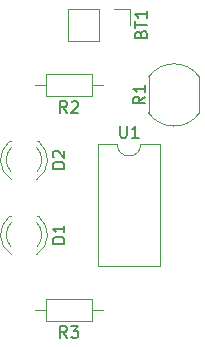
<source format=gbr>
%TF.GenerationSoftware,KiCad,Pcbnew,(5.1.9)-1*%
%TF.CreationDate,2021-03-23T22:36:06-04:00*%
%TF.ProjectId,Automated lighting,4175746f-6d61-4746-9564-206c69676874,rev?*%
%TF.SameCoordinates,Original*%
%TF.FileFunction,Legend,Top*%
%TF.FilePolarity,Positive*%
%FSLAX46Y46*%
G04 Gerber Fmt 4.6, Leading zero omitted, Abs format (unit mm)*
G04 Created by KiCad (PCBNEW (5.1.9)-1) date 2021-03-23 22:36:06*
%MOMM*%
%LPD*%
G01*
G04 APERTURE LIST*
%ADD10C,0.120000*%
%ADD11C,0.150000*%
G04 APERTURE END LIST*
D10*
%TO.C,U1*%
X127110000Y-68520000D02*
X125460000Y-68520000D01*
X127110000Y-78800000D02*
X127110000Y-68520000D01*
X121810000Y-78800000D02*
X127110000Y-78800000D01*
X121810000Y-68520000D02*
X121810000Y-78800000D01*
X123460000Y-68520000D02*
X121810000Y-68520000D01*
X125460000Y-68520000D02*
G75*
G02*
X123460000Y-68520000I-1000000J0D01*
G01*
%TO.C,R3*%
X116510000Y-82550000D02*
X117460000Y-82550000D01*
X122250000Y-82550000D02*
X121300000Y-82550000D01*
X117460000Y-83470000D02*
X121300000Y-83470000D01*
X117460000Y-81630000D02*
X117460000Y-83470000D01*
X121300000Y-81630000D02*
X117460000Y-81630000D01*
X121300000Y-83470000D02*
X121300000Y-81630000D01*
%TO.C,R2*%
X116510000Y-63500000D02*
X117460000Y-63500000D01*
X122250000Y-63500000D02*
X121300000Y-63500000D01*
X117460000Y-64420000D02*
X121300000Y-64420000D01*
X117460000Y-62580000D02*
X117460000Y-64420000D01*
X121300000Y-62580000D02*
X117460000Y-62580000D01*
X121300000Y-64420000D02*
X121300000Y-62580000D01*
%TO.C,R1*%
X126120000Y-65890000D02*
X126120000Y-62840000D01*
X130420000Y-65890000D02*
X130420000Y-62840000D01*
X130388249Y-62795487D02*
G75*
G03*
X126120000Y-62840000I-2118249J-1544513D01*
G01*
X126104474Y-65868234D02*
G75*
G03*
X130420000Y-65890000I2165526J1528234D01*
G01*
%TO.C,D2*%
X114490000Y-68290000D02*
X114334000Y-68290000D01*
X116806000Y-68290000D02*
X116650000Y-68290000D01*
X114490163Y-70891130D02*
G75*
G02*
X114490000Y-68809039I1079837J1041130D01*
G01*
X116649837Y-70891130D02*
G75*
G03*
X116650000Y-68809039I-1079837J1041130D01*
G01*
X114491392Y-71522335D02*
G75*
G02*
X114334484Y-68290000I1078608J1672335D01*
G01*
X116648608Y-71522335D02*
G75*
G03*
X116805516Y-68290000I-1078608J1672335D01*
G01*
%TO.C,D1*%
X114490000Y-74640000D02*
X114334000Y-74640000D01*
X116806000Y-74640000D02*
X116650000Y-74640000D01*
X114490163Y-77241130D02*
G75*
G02*
X114490000Y-75159039I1079837J1041130D01*
G01*
X116649837Y-77241130D02*
G75*
G03*
X116650000Y-75159039I-1079837J1041130D01*
G01*
X114491392Y-77872335D02*
G75*
G02*
X114334484Y-74640000I1078608J1672335D01*
G01*
X116648608Y-77872335D02*
G75*
G03*
X116805516Y-74640000I-1078608J1672335D01*
G01*
%TO.C,BT1*%
X124520000Y-57090000D02*
X124520000Y-58420000D01*
X123190000Y-57090000D02*
X124520000Y-57090000D01*
X121920000Y-57090000D02*
X121920000Y-59750000D01*
X121920000Y-59750000D02*
X119320000Y-59750000D01*
X121920000Y-57090000D02*
X119320000Y-57090000D01*
X119320000Y-57090000D02*
X119320000Y-59750000D01*
%TO.C,U1*%
D11*
X123698095Y-66972380D02*
X123698095Y-67781904D01*
X123745714Y-67877142D01*
X123793333Y-67924761D01*
X123888571Y-67972380D01*
X124079047Y-67972380D01*
X124174285Y-67924761D01*
X124221904Y-67877142D01*
X124269523Y-67781904D01*
X124269523Y-66972380D01*
X125269523Y-67972380D02*
X124698095Y-67972380D01*
X124983809Y-67972380D02*
X124983809Y-66972380D01*
X124888571Y-67115238D01*
X124793333Y-67210476D01*
X124698095Y-67258095D01*
%TO.C,R3*%
X119213333Y-84922380D02*
X118880000Y-84446190D01*
X118641904Y-84922380D02*
X118641904Y-83922380D01*
X119022857Y-83922380D01*
X119118095Y-83970000D01*
X119165714Y-84017619D01*
X119213333Y-84112857D01*
X119213333Y-84255714D01*
X119165714Y-84350952D01*
X119118095Y-84398571D01*
X119022857Y-84446190D01*
X118641904Y-84446190D01*
X119546666Y-83922380D02*
X120165714Y-83922380D01*
X119832380Y-84303333D01*
X119975238Y-84303333D01*
X120070476Y-84350952D01*
X120118095Y-84398571D01*
X120165714Y-84493809D01*
X120165714Y-84731904D01*
X120118095Y-84827142D01*
X120070476Y-84874761D01*
X119975238Y-84922380D01*
X119689523Y-84922380D01*
X119594285Y-84874761D01*
X119546666Y-84827142D01*
%TO.C,R2*%
X119213333Y-65872380D02*
X118880000Y-65396190D01*
X118641904Y-65872380D02*
X118641904Y-64872380D01*
X119022857Y-64872380D01*
X119118095Y-64920000D01*
X119165714Y-64967619D01*
X119213333Y-65062857D01*
X119213333Y-65205714D01*
X119165714Y-65300952D01*
X119118095Y-65348571D01*
X119022857Y-65396190D01*
X118641904Y-65396190D01*
X119594285Y-64967619D02*
X119641904Y-64920000D01*
X119737142Y-64872380D01*
X119975238Y-64872380D01*
X120070476Y-64920000D01*
X120118095Y-64967619D01*
X120165714Y-65062857D01*
X120165714Y-65158095D01*
X120118095Y-65300952D01*
X119546666Y-65872380D01*
X120165714Y-65872380D01*
%TO.C,R1*%
X125822380Y-64506666D02*
X125346190Y-64840000D01*
X125822380Y-65078095D02*
X124822380Y-65078095D01*
X124822380Y-64697142D01*
X124870000Y-64601904D01*
X124917619Y-64554285D01*
X125012857Y-64506666D01*
X125155714Y-64506666D01*
X125250952Y-64554285D01*
X125298571Y-64601904D01*
X125346190Y-64697142D01*
X125346190Y-65078095D01*
X125822380Y-63554285D02*
X125822380Y-64125714D01*
X125822380Y-63840000D02*
X124822380Y-63840000D01*
X124965238Y-63935238D01*
X125060476Y-64030476D01*
X125108095Y-64125714D01*
%TO.C,D2*%
X118982380Y-70588095D02*
X117982380Y-70588095D01*
X117982380Y-70350000D01*
X118030000Y-70207142D01*
X118125238Y-70111904D01*
X118220476Y-70064285D01*
X118410952Y-70016666D01*
X118553809Y-70016666D01*
X118744285Y-70064285D01*
X118839523Y-70111904D01*
X118934761Y-70207142D01*
X118982380Y-70350000D01*
X118982380Y-70588095D01*
X118077619Y-69635714D02*
X118030000Y-69588095D01*
X117982380Y-69492857D01*
X117982380Y-69254761D01*
X118030000Y-69159523D01*
X118077619Y-69111904D01*
X118172857Y-69064285D01*
X118268095Y-69064285D01*
X118410952Y-69111904D01*
X118982380Y-69683333D01*
X118982380Y-69064285D01*
%TO.C,D1*%
X118982380Y-76938095D02*
X117982380Y-76938095D01*
X117982380Y-76700000D01*
X118030000Y-76557142D01*
X118125238Y-76461904D01*
X118220476Y-76414285D01*
X118410952Y-76366666D01*
X118553809Y-76366666D01*
X118744285Y-76414285D01*
X118839523Y-76461904D01*
X118934761Y-76557142D01*
X118982380Y-76700000D01*
X118982380Y-76938095D01*
X118982380Y-75414285D02*
X118982380Y-75985714D01*
X118982380Y-75700000D02*
X117982380Y-75700000D01*
X118125238Y-75795238D01*
X118220476Y-75890476D01*
X118268095Y-75985714D01*
%TO.C,BT1*%
X125448571Y-59205714D02*
X125496190Y-59062857D01*
X125543809Y-59015238D01*
X125639047Y-58967619D01*
X125781904Y-58967619D01*
X125877142Y-59015238D01*
X125924761Y-59062857D01*
X125972380Y-59158095D01*
X125972380Y-59539047D01*
X124972380Y-59539047D01*
X124972380Y-59205714D01*
X125020000Y-59110476D01*
X125067619Y-59062857D01*
X125162857Y-59015238D01*
X125258095Y-59015238D01*
X125353333Y-59062857D01*
X125400952Y-59110476D01*
X125448571Y-59205714D01*
X125448571Y-59539047D01*
X124972380Y-58681904D02*
X124972380Y-58110476D01*
X125972380Y-58396190D02*
X124972380Y-58396190D01*
X125972380Y-57253333D02*
X125972380Y-57824761D01*
X125972380Y-57539047D02*
X124972380Y-57539047D01*
X125115238Y-57634285D01*
X125210476Y-57729523D01*
X125258095Y-57824761D01*
%TD*%
M02*

</source>
